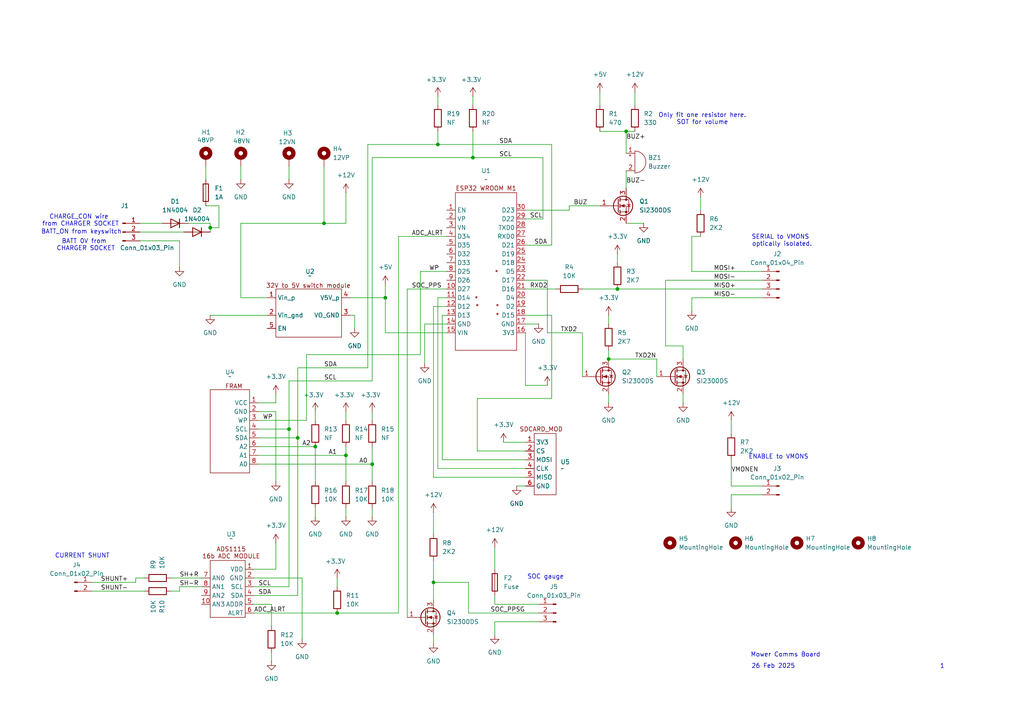
<source format=kicad_sch>
(kicad_sch (version 20231120) (generator "eeschema") (generator_version "8.0")
  (paper "A4")
  (lib_symbols
    (symbol "Connector:Conn_01x02_Pin" (pin_names (offset 1.016) hide)
      (property "Reference" "J" (at 0 2.54 0))
      (property "Value" "Conn_01x02_Pin" (at 0 -5.08 0))
      (symbol "Conn_01x02_Pin_1_1"
        (polyline (pts (xy 1.27 -2.54) (xy 0.8636 -2.54)) (stroke (width 0.1524)))
        (polyline (pts (xy 1.27 0) (xy 0.8636 0)) (stroke (width 0.1524)))
        (rectangle (start 0.8636 -2.413) (end 0 -2.667) (stroke (width 0.1524)) (fill (type outline)))
        (rectangle (start 0.8636 0.127) (end 0 -0.127) (stroke (width 0.1524)) (fill (type outline)))
        (pin passive line (at 5.08 0 180) (length 3.81) (name "Pin_1") (number "1"))
        (pin passive line (at 5.08 -2.54 180) (length 3.81) (name "Pin_2") (number "2"))
      )
    )
    (symbol "Connector:Conn_01x03_Pin" (pin_names (offset 1.016) hide)
      (property "Reference" "J" (at 0 5.08 0))
      (property "Value" "Conn_01x03_Pin" (at 0 -5.08 0))
      (symbol "Conn_01x03_Pin_1_1"
        (polyline (pts (xy 1.27 -2.54) (xy 0.8636 -2.54)) (stroke (width 0.1524)))
        (polyline (pts (xy 1.27 0) (xy 0.8636 0)) (stroke (width 0.1524)))
        (polyline (pts (xy 1.27 2.54) (xy 0.8636 2.54)) (stroke (width 0.1524)))
        (rectangle (start 0.8636 -2.413) (end 0 -2.667) (stroke (width 0.1524)) (fill (type outline)))
        (rectangle (start 0.8636 0.127) (end 0 -0.127) (stroke (width 0.1524)) (fill (type outline)))
        (rectangle (start 0.8636 2.667) (end 0 2.413) (stroke (width 0.1524)) (fill (type outline)))
        (pin passive line (at 5.08 2.54 180) (length 3.81) (name "Pin_1") (number "1"))
        (pin passive line (at 5.08 0 180) (length 3.81) (name "Pin_2") (number "2"))
        (pin passive line (at 5.08 -2.54 180) (length 3.81) (name "Pin_3") (number "3"))
      )
    )
    (symbol "Connector:Conn_01x04_Pin" (pin_names (offset 1.016) hide)
      (property "Reference" "J" (at 0 5.08 0))
      (property "Value" "Conn_01x04_Pin" (at 0 -7.62 0))
      (symbol "Conn_01x04_Pin_1_1"
        (polyline (pts (xy 1.27 -5.08) (xy 0.8636 -5.08)) (stroke (width 0.1524)))
        (polyline (pts (xy 1.27 -2.54) (xy 0.8636 -2.54)) (stroke (width 0.1524)))
        (polyline (pts (xy 1.27 0) (xy 0.8636 0)) (stroke (width 0.1524)))
        (polyline (pts (xy 1.27 2.54) (xy 0.8636 2.54)) (stroke (width 0.1524)))
        (rectangle (start 0.8636 -4.953) (end 0 -5.207) (stroke (width 0.1524)) (fill (type outline)))
        (rectangle (start 0.8636 -2.413) (end 0 -2.667) (stroke (width 0.1524)) (fill (type outline)))
        (rectangle (start 0.8636 0.127) (end 0 -0.127) (stroke (width 0.1524)) (fill (type outline)))
        (rectangle (start 0.8636 2.667) (end 0 2.413) (stroke (width 0.1524)) (fill (type outline)))
        (pin passive line (at 5.08 2.54 180) (length 3.81) (name "Pin_1") (number "1"))
        (pin passive line (at 5.08 0 180) (length 3.81) (name "Pin_2") (number "2"))
        (pin passive line (at 5.08 -2.54 180) (length 3.81) (name "Pin_3") (number "3"))
        (pin passive line (at 5.08 -5.08 180) (length 3.81) (name "Pin_4") (number "4"))
      )
    )
    (symbol "Device:Buzzer" (pin_names (offset 0.0254) hide)
      (property "Reference" "BZ" (at 3.81 1.27 0))
      (property "Value" "Buzzer" (at 3.81 -1.27 0))
      (symbol "Buzzer_0_1"
        (arc (start 0 -3.175) (mid 3.1612 0) (end 0 3.175))
        (polyline (pts (xy -1.651 1.905) (xy -1.143 1.905)))
        (polyline (pts (xy -1.397 2.159) (xy -1.397 1.651)))
        (polyline (pts (xy 0 3.175) (xy 0 -3.175)))
      )
      (symbol "Buzzer_1_1"
        (pin passive line (at -2.54 2.54 0) (length 2.54) (name "+") (number "1"))
        (pin passive line (at -2.54 -2.54 0) (length 2.54) (name "-") (number "2"))
      )
    )
    (symbol "Device:D" (pin_numbers hide) (pin_names (offset 1.016) hide)
      (property "Reference" "D" (at 0 2.54 0))
      (property "Value" "D" (at 0 -2.54 0))
      (symbol "D_0_1"
        (polyline (pts (xy -1.27 1.27) (xy -1.27 -1.27)) (stroke (width 0.254)))
        (polyline (pts (xy 1.27 0) (xy -1.27 0)))
        (polyline (pts (xy 1.27 1.27) (xy 1.27 -1.27) (xy -1.27 0) (xy 1.27 1.27)) (stroke (width 0.254)))
      )
      (symbol "D_1_1"
        (pin passive line (at -3.81 0 0) (length 2.54) (name "K") (number "1"))
        (pin passive line (at 3.81 0 180) (length 2.54) (name "A") (number "2"))
      )
    )
    (symbol "Device:Fuse" (pin_numbers hide) (pin_names (offset 0))
      (property "Reference" "F" (at 2.032 0 90))
      (property "Value" "Fuse" (at -1.905 0 90))
      (symbol "Fuse_0_1"
        (rectangle (start -0.762 -2.54) (end 0.762 2.54) (stroke (width 0.254)))
        (polyline (pts (xy 0 2.54) (xy 0 -2.54)))
      )
      (symbol "Fuse_1_1"
        (pin passive line (at 0 3.81 270) (length 1.27) (name "~") (number "1"))
        (pin passive line (at 0 -3.81 90) (length 1.27) (name "~") (number "2"))
      )
    )
    (symbol "Device:R" (pin_numbers hide) (pin_names (offset 0))
      (property "Reference" "R" (at 2.032 0 90))
      (property "Value" "R" (at 0 0 90))
      (symbol "R_0_1"
        (rectangle (start -1.016 -2.54) (end 1.016 2.54) (stroke (width 0.254)))
      )
      (symbol "R_1_1"
        (pin passive line (at 0 3.81 270) (length 1.27) (name "~") (number "1"))
        (pin passive line (at 0 -3.81 90) (length 1.27) (name "~") (number "2"))
      )
    )
    (symbol "Mechanical:MountingHole" (pin_names (offset 1.016)) (exclude_from_sim yes) (in_bom no)
      (property "Reference" "H" (at 0 5.08 0))
      (property "Value" "MountingHole" (at 0 3.175 0))
      (symbol "MountingHole_0_1"
        (circle (center 0 0) (radius 1.27) (stroke (width 1.27)))
      )
    )
    (symbol "Mechanical:MountingHole_Pad" (pin_numbers hide) (pin_names (offset 1.016) hide) (exclude_from_sim yes) (in_bom no)
      (property "Reference" "H" (at 0 6.35 0))
      (property "Value" "MountingHole_Pad" (at 0 4.445 0))
      (symbol "MountingHole_Pad_0_1"
        (circle (center 0 1.27) (radius 1.27) (stroke (width 1.27)))
      )
      (symbol "MountingHole_Pad_1_1"
        (pin input line (at 0 -2.54 90) (length 2.54) (name "1") (number "1"))
      )
    )
    (symbol "Transistor_FET:2N7002" (pin_names hide)
      (property "Reference" "Q" (at 5.08 1.905 0))
      (property "Value" "2N7002" (at 5.08 0 0))
      (symbol "2N7002_0_1"
        (polyline (pts (xy 0.254 0) (xy -2.54 0)))
        (polyline (pts (xy 0.254 1.905) (xy 0.254 -1.905)) (stroke (width 0.254)))
        (polyline (pts (xy 0.762 -1.27) (xy 0.762 -2.286)) (stroke (width 0.254)))
        (polyline (pts (xy 0.762 0.508) (xy 0.762 -0.508)) (stroke (width 0.254)))
        (polyline (pts (xy 0.762 2.286) (xy 0.762 1.27)) (stroke (width 0.254)))
        (polyline (pts (xy 2.54 2.54) (xy 2.54 1.778)))
        (polyline (pts (xy 2.54 -2.54) (xy 2.54 0) (xy 0.762 0)))
        (polyline (pts (xy 0.762 -1.778) (xy 3.302 -1.778) (xy 3.302 1.778) (xy 0.762 1.778)))
        (polyline (pts (xy 1.016 0) (xy 2.032 0.381) (xy 2.032 -0.381) (xy 1.016 0)) (fill (type outline)))
        (polyline (pts (xy 2.794 0.508) (xy 2.921 0.381) (xy 3.683 0.381) (xy 3.81 0.254)))
        (polyline (pts (xy 3.302 0.381) (xy 2.921 -0.254) (xy 3.683 -0.254) (xy 3.302 0.381)))
        (circle (center 1.651 0) (radius 2.794) (stroke (width 0.254)))
        (circle (center 2.54 -1.778) (radius 0.254) (fill (type outline)))
        (circle (center 2.54 1.778) (radius 0.254) (fill (type outline)))
      )
      (symbol "2N7002_1_1"
        (pin input line (at -5.08 0 0) (length 2.54) (name "G") (number "1"))
        (pin passive line (at 2.54 -5.08 90) (length 2.54) (name "S") (number "2"))
        (pin passive line (at 2.54 5.08 270) (length 2.54) (name "D") (number "3"))
      )
    )
    (symbol "mower:5Vsw_module"
      (property "Reference" "U" (at 0 0 0))
      (symbol "5Vsw_module_0_1"
        (rectangle (start -8.89 5.08) (end 10.16 -8.89))
      )
      (symbol "5Vsw_module_1_1"
        (text "32V to 5V switch module " (at 1.016 6.096 0) (effects (font (size 1.27 1.27))))
        (pin power_in line (at -11.43 2.54 0) (length 2.54) (name "Vin_p") (number "1"))
        (pin power_in line (at -11.43 -2.54 0) (length 2.54) (name "Vin_gnd") (number "2"))
        (pin power_out line (at 12.7 -2.54 180) (length 2.54) (name "VO_GND") (number "3"))
        (pin power_out line (at 12.7 2.54 180) (length 2.54) (name "V5V_p") (number "4"))
        (pin input line (at -11.43 -6.35 0) (length 2.54) (name "EN") (number "5"))
      )
    )
    (symbol "mower:ADS1115_m1"
      (property "Reference" "U" (at 0 0 0))
      (symbol "ADS1115_m1_0_1"
        (rectangle (start -1.27 13.97) (end 8.89 -2.54))
      )
      (symbol "ADS1115_m1_1_1"
        (text "ADS1115\n16b ADC MODULE" (at 2.794 16.256 0) (effects (font (size 1.27 1.27))))
        (pin power_in line (at -3.81 11.43 0) (length 2.54) (name "VDD") (number "1"))
        (pin input line (at 11.43 1.27 180) (length 2.54) (name "AN3") (number "10"))
        (pin power_in line (at -3.81 8.89 0) (length 2.54) (name "GND") (number "2"))
        (pin input line (at -3.81 6.35 0) (length 2.54) (name "SCL") (number "3"))
        (pin bidirectional line (at -3.81 3.81 0) (length 2.54) (name "SDA") (number "4"))
        (pin input line (at -3.81 1.27 0) (length 2.54) (name "ADDR") (number "5"))
        (pin output line (at -3.81 -1.27 0) (length 2.54) (name "ALRT") (number "6"))
        (pin input line (at 11.43 8.89 180) (length 2.54) (name "AN0") (number "7"))
        (pin input line (at 11.43 6.35 180) (length 2.54) (name "AN1") (number "8"))
        (pin input line (at 11.43 3.81 180) (length 2.54) (name "AN2") (number "9"))
      )
    )
    (symbol "mower:ESP32_wroom32_m1"
      (property "Reference" "U" (at 0 0 0))
      (symbol "ESP32_wroom32_m1_0_1"
        (rectangle (start -8.89 22.86) (end 8.89 -22.86))
      )
      (symbol "ESP32_wroom32_m1_1_1"
        (text "*" (at -2.794 -7.874 0) (effects (font (size 1.27 1.27))))
        (text "*" (at -2.54 -10.16 0) (effects (font (size 1.27 1.27))))
        (text "*" (at 3.048 -0.254 0) (effects (font (size 1.27 1.27))))
        (text "*" (at 3.302 -12.7 0) (effects (font (size 1.27 1.27))))
        (text "*" (at 3.302 -10.16 0) (effects (font (size 1.27 1.27))))
        (text "ESP32 WROOM M1" (at 0 24.13 0) (effects (font (size 1.27 1.27))))
        (pin input line (at -11.43 17.78 0) (length 2.54) (name "EN") (number "1"))
        (pin bidirectional line (at -11.43 -5.08 0) (length 2.54) (name "D27") (number "10"))
        (pin bidirectional line (at -11.43 -7.62 0) (length 2.54) (name "D14") (number "11"))
        (pin bidirectional line (at -11.43 -10.16 0) (length 2.54) (name "D12") (number "12"))
        (pin bidirectional line (at -11.43 -12.7 0) (length 2.54) (name "D13") (number "13"))
        (pin power_in line (at -11.43 -15.24 0) (length 2.54) (name "GND") (number "14"))
        (pin power_in line (at -11.43 -17.78 0) (length 2.54) (name "VIN") (number "15"))
        (pin power_out line (at 11.43 -17.78 180) (length 2.54) (name "3V3") (number "16"))
        (pin power_in line (at 11.43 -15.24 180) (length 2.54) (name "GND") (number "17"))
        (pin bidirectional line (at 11.43 -12.7 180) (length 2.54) (name "D15") (number "18"))
        (pin bidirectional line (at 11.43 -10.16 180) (length 2.54) (name "D2") (number "19"))
        (pin input line (at -11.43 15.24 0) (length 2.54) (name "VP") (number "2"))
        (pin bidirectional line (at 11.43 -7.62 180) (length 2.54) (name "D4") (number "20"))
        (pin bidirectional line (at 11.43 -5.08 180) (length 2.54) (name "D16") (number "21"))
        (pin bidirectional line (at 11.43 -2.54 180) (length 2.54) (name "D17") (number "22"))
        (pin bidirectional line (at 11.43 0 180) (length 2.54) (name "D5") (number "23"))
        (pin bidirectional line (at 11.43 2.54 180) (length 2.54) (name "D18") (number "24"))
        (pin bidirectional line (at 11.43 5.08 180) (length 2.54) (name "D19") (number "25"))
        (pin bidirectional line (at 11.43 7.62 180) (length 2.54) (name "D21") (number "26"))
        (pin input line (at 11.43 10.16 180) (length 2.54) (name "RXD0") (number "27"))
        (pin output line (at 11.43 12.7 180) (length 2.54) (name "TXD0") (number "28"))
        (pin bidirectional line (at 11.43 15.24 180) (length 2.54) (name "D22") (number "29"))
        (pin input line (at -11.43 12.7 0) (length 2.54) (name "VN") (number "3"))
        (pin bidirectional line (at 11.43 17.78 180) (length 2.54) (name "D23") (number "30"))
        (pin input line (at -11.43 10.16 0) (length 2.54) (name "D34") (number "4"))
        (pin input line (at -11.43 7.62 0) (length 2.54) (name "D35") (number "5"))
        (pin bidirectional line (at -11.43 5.08 0) (length 2.54) (name "D32") (number "6"))
        (pin bidirectional line (at -11.43 2.54 0) (length 2.54) (name "D33") (number "7"))
        (pin bidirectional line (at -11.43 0 0) (length 2.54) (name "D25") (number "8"))
        (pin bidirectional line (at -11.43 -2.54 0) (length 2.54) (name "D26") (number "9"))
      )
    )
    (symbol "mower:FRAM_mod"
      (property "Reference" "U" (at -2.54 0 0))
      (symbol "FRAM_mod_0_1"
        (rectangle (start 0 12.7) (end 11.43 -11.43))
      )
      (symbol "FRAM_mod_1_1"
        (text "FRAM" (at 4.572 13.716 0) (effects (font (size 1.27 1.27))))
        (pin power_in line (at -2.54 8.89 0) (length 2.54) (name "VCC") (number "1"))
        (pin power_in line (at -2.54 6.35 0) (length 2.54) (name "GND") (number "2"))
        (pin input line (at -2.54 3.81 0) (length 2.54) (name "WP") (number "3"))
        (pin input line (at -2.54 1.27 0) (length 2.54) (name "SCL") (number "4"))
        (pin bidirectional line (at -2.54 -1.27 0) (length 2.54) (name "SDA") (number "5"))
        (pin bidirectional line (at -2.54 -3.81 0) (length 2.54) (name "A2") (number "6"))
        (pin bidirectional line (at -2.54 -6.35 0) (length 2.54) (name "A1") (number "7"))
        (pin bidirectional line (at -2.54 -8.89 0) (length 2.54) (name "A0") (number "8"))
      )
    )
    (symbol "mower:sdcard_mod"
      (property "Reference" "U" (at 0 0 0))
      (symbol "sdcard_mod_0_1"
        (rectangle (start -1.27 8.89) (end 5.08 -8.89))
      )
      (symbol "sdcard_mod_1_1"
        (text "SDCARD_MOD" (at 0.762 10.16 0) (effects (font (size 1.27 1.27))))
        (pin power_in line (at -3.81 6.35 0) (length 2.54) (name "3V3") (number "1"))
        (pin input line (at -3.81 3.81 0) (length 2.54) (name "CS") (number "2"))
        (pin input line (at -3.81 1.27 0) (length 2.54) (name "MOSI") (number "3"))
        (pin input line (at -3.81 -1.27 0) (length 2.54) (name "CLK") (number "4"))
        (pin output line (at -3.81 -3.81 0) (length 2.54) (name "MISO") (number "5"))
        (pin power_in line (at -3.81 -6.35 0) (length 2.54) (name "GND") (number "6"))
      )
    )
    (symbol "power:+12V" (power) (pin_numbers hide) (pin_names (offset 0) hide)
      (property "Value" "+12V" (at 0 3.556 0))
      (symbol "+12V_0_1"
        (polyline (pts (xy -0.762 1.27) (xy 0 2.54)))
        (polyline (pts (xy 0 0) (xy 0 2.54)))
        (polyline (pts (xy 0 2.54) (xy 0.762 1.27)))
      )
      (symbol "+12V_1_1"
        (pin power_in line (at 0 0 90) (length 0) (name "~") (number "1"))
      )
    )
    (symbol "power:+3.3V" (power) (pin_numbers hide) (pin_names (offset 0) hide)
      (property "Value" "+3.3V" (at 0 3.556 0))
      (symbol "+3.3V_0_1"
        (polyline (pts (xy -0.762 1.27) (xy 0 2.54)))
        (polyline (pts (xy 0 0) (xy 0 2.54)))
        (polyline (pts (xy 0 2.54) (xy 0.762 1.27)))
      )
      (symbol "+3.3V_1_1"
        (pin power_in line (at 0 0 90) (length 0) (name "~") (number "1"))
      )
    )
    (symbol "power:+5V" (power) (pin_numbers hide) (pin_names (offset 0) hide)
      (property "Value" "+5V" (at 0 3.556 0))
      (symbol "+5V_0_1"
        (polyline (pts (xy -0.762 1.27) (xy 0 2.54)))
        (polyline (pts (xy 0 0) (xy 0 2.54)))
        (polyline (pts (xy 0 2.54) (xy 0.762 1.27)))
      )
      (symbol "+5V_1_1"
        (pin power_in line (at 0 0 90) (length 0) (name "~") (number "1"))
      )
    )
    (symbol "power:GND" (power) (pin_numbers hide) (pin_names (offset 0) hide)
      (property "Value" "GND" (at 0 -3.81 0))
      (symbol "GND_0_1"
        (polyline (pts (xy 0 0) (xy 0 -1.27) (xy 1.27 -1.27) (xy 0 -2.54) (xy -1.27 -1.27) (xy 0 -1.27)))
      )
      (symbol "GND_1_1"
        (pin power_in line (at 0 0 270) (length 0) (name "~") (number "1"))
      )
    )
  )
  (junction (at 179.07 83.82))
  (junction (at 86.36 127))
  (junction (at 127 41.91))
  (junction (at 100.33 132.08))
  (junction (at 137.16 45.72))
  (junction (at 107.95 134.62))
  (junction (at 91.44 129.54))
  (junction (at 125.73 168.91))
  (junction (at 181.61 38.1))
  (junction (at 176.53 104.14))
  (junction (at 97.79 177.8))
  (junction (at 111.76 86.36))
  (junction (at 93.98 64.77))
  (junction (at 60.96 66.04))
  (junction (at 83.82 124.46))
  (wire (pts (xy 168.91 83.82) (xy 179.07 83.82)))
  (wire (pts (xy 60.96 66.04) (xy 60.96 67.31)))
  (wire (pts (xy 173.99 38.1) (xy 181.61 38.1)))
  (wire (pts (xy 91.44 119.38) (xy 91.44 121.92)))
  (wire (pts (xy 60.96 64.77) (xy 60.96 66.04)))
  (wire (pts (xy 160.02 91.44) (xy 152.4 91.44)))
  (wire (pts (xy 160.02 41.91) (xy 127 41.91)))
  (wire (pts (xy 158.75 81.28) (xy 158.75 96.52)))
  (wire (pts (xy 200.66 68.58) (xy 200.66 78.74)))
  (wire (pts (xy 193.04 100.33) (xy 198.12 100.33)))
  (wire (pts (xy 100.33 55.88) (xy 100.33 64.77)))
  (wire (pts (xy 138.43 115.57) (xy 160.02 115.57)))
  (wire (pts (xy 152.4 71.12) (xy 160.02 71.12)))
  (wire (pts (xy 73.66 170.18) (xy 83.82 170.18)))
  (wire (pts (xy 49.53 167.64) (xy 58.42 167.64)))
  (wire (pts (xy 69.85 48.26) (xy 69.85 52.07)))
  (wire (pts (xy 184.15 26.67) (xy 184.15 30.48)))
  (wire (pts (xy 100.33 119.38) (xy 100.33 121.92)))
  (wire (pts (xy 200.66 86.36) (xy 220.98 86.36)))
  (wire (pts (xy 160.02 115.57) (xy 160.02 91.44)))
  (wire (pts (xy 107.95 129.54) (xy 107.95 134.62)))
  (wire (pts (xy 86.36 127) (xy 74.93 127)))
  (wire (pts (xy 193.04 81.28) (xy 220.98 81.28)))
  (wire (pts (xy 121.92 78.74) (xy 129.54 78.74)))
  (wire (pts (xy 26.67 171.45) (xy 41.91 171.45)))
  (wire (pts (xy 179.07 83.82) (xy 220.98 83.82)))
  (wire (pts (xy 137.16 45.72) (xy 107.95 45.72)))
  (wire (pts (xy 123.19 93.98) (xy 129.54 93.98)))
  (wire (pts (xy 157.48 63.5) (xy 157.48 45.72)))
  (wire (pts (xy 106.68 41.91) (xy 106.68 106.68)))
  (wire (pts (xy 74.93 119.38) (xy 80.01 119.38)))
  (wire (pts (xy 152.4 135.89) (xy 127 135.89)))
  (wire (pts (xy 156.21 175.26) (xy 143.51 175.26)))
  (wire (pts (xy 125.73 148.59) (xy 125.73 154.94)))
  (wire (pts (xy 107.95 45.72) (xy 107.95 110.49)))
  (wire (pts (xy 181.61 38.1) (xy 181.61 44.45)))
  (wire (pts (xy 88.9 102.87) (xy 121.92 102.87)))
  (wire (pts (xy 181.61 49.53) (xy 181.61 54.61)))
  (wire (pts (xy 111.76 96.52) (xy 111.76 86.36)))
  (wire (pts (xy 127 135.89) (xy 127 86.36)))
  (wire (pts (xy 60.96 91.44) (xy 77.47 91.44)))
  (wire (pts (xy 125.73 168.91) (xy 125.73 173.99)))
  (wire (pts (xy 179.07 73.66) (xy 179.07 76.2)))
  (wire (pts (xy 125.73 162.56) (xy 125.73 168.91)))
  (wire (pts (xy 80.01 119.38) (xy 80.01 139.7)))
  (wire (pts (xy 83.82 48.26) (xy 83.82 52.07)))
  (wire (pts (xy 100.33 147.32) (xy 100.33 149.86)))
  (wire (pts (xy 59.69 59.69) (xy 63.5 59.69)))
  (wire (pts (xy 107.95 134.62) (xy 107.95 139.7)))
  (wire (pts (xy 143.51 175.26) (xy 143.51 172.72)))
  (wire (pts (xy 220.98 143.51) (xy 212.09 143.51)))
  (wire (pts (xy 165.1 59.69) (xy 173.99 59.69)))
  (wire (pts (xy 152.4 138.43) (xy 125.73 138.43)))
  (wire (pts (xy 146.05 128.27) (xy 152.4 128.27)))
  (wire (pts (xy 129.54 96.52) (xy 111.76 96.52)))
  (wire (pts (xy 212.09 121.92) (xy 212.09 125.73)))
  (wire (pts (xy 107.95 119.38) (xy 107.95 121.92)))
  (wire (pts (xy 91.44 147.32) (xy 91.44 149.86)))
  (wire (pts (xy 26.67 168.91) (xy 39.37 168.91)))
  (wire (pts (xy 200.66 86.36) (xy 200.66 90.17)))
  (wire (pts (xy 152.4 63.5) (xy 157.48 63.5)))
  (wire (pts (xy 83.82 170.18) (xy 83.82 124.46)))
  (wire (pts (xy 100.33 64.77) (xy 93.98 64.77)))
  (wire (pts (xy 203.2 57.15) (xy 203.2 60.96)))
  (wire (pts (xy 176.53 116.84) (xy 176.53 114.3)))
  (wire (pts (xy 190.5 104.14) (xy 176.53 104.14)))
  (wire (pts (xy 78.74 175.26) (xy 78.74 181.61)))
  (wire (pts (xy 127 38.1) (xy 127 41.91)))
  (wire (pts (xy 93.98 64.77) (xy 69.85 64.77)))
  (wire (pts (xy 152.4 60.96) (xy 165.1 60.96)))
  (wire (pts (xy 100.33 132.08) (xy 100.33 139.7)))
  (wire (pts (xy 125.73 186.69) (xy 125.73 184.15)))
  (wire (pts (xy 149.86 140.97) (xy 152.4 140.97)))
  (wire (pts (xy 86.36 172.72) (xy 73.66 172.72)))
  (wire (pts (xy 118.11 179.07) (xy 118.11 83.82)))
  (wire (pts (xy 190.5 109.22) (xy 190.5 104.14)))
  (wire (pts (xy 102.87 91.44) (xy 102.87 95.25)))
  (wire (pts (xy 52.07 170.18) (xy 52.07 171.45)))
  (wire (pts (xy 173.99 26.67) (xy 173.99 30.48)))
  (wire (pts (xy 74.93 132.08) (xy 100.33 132.08)))
  (wire (pts (xy 143.51 180.34) (xy 143.51 184.15)))
  (wire (pts (xy 181.61 64.77) (xy 186.69 64.77)))
  (wire (pts (xy 168.91 96.52) (xy 168.91 109.22)))
  (wire (pts (xy 80.01 116.84) (xy 80.01 114.3)))
  (wire (pts (xy 212.09 143.51) (xy 212.09 147.32)))
  (wire (pts (xy 39.37 167.64) (xy 41.91 167.64)))
  (wire (pts (xy 135.89 177.8) (xy 135.89 168.91)))
  (wire (pts (xy 73.66 165.1) (xy 80.01 165.1)))
  (wire (pts (xy 135.89 168.91) (xy 125.73 168.91)))
  (wire (pts (xy 165.1 60.96) (xy 165.1 59.69)))
  (wire (pts (xy 86.36 106.68) (xy 86.36 127)))
  (wire (pts (xy 115.57 68.58) (xy 129.54 68.58)))
  (wire (pts (xy 152.4 111.76) (xy 152.4 96.52)))
  (wire (pts (xy 220.98 140.97) (xy 212.09 140.97)))
  (wire (pts (xy 152.4 93.98) (xy 156.21 93.98)))
  (wire (pts (xy 93.98 48.26) (xy 93.98 64.77)))
  (wire (pts (xy 138.43 130.81) (xy 138.43 115.57)))
  (wire (pts (xy 107.95 147.32) (xy 107.95 149.86)))
  (wire (pts (xy 198.12 116.84) (xy 198.12 114.3)))
  (wire (pts (xy 152.4 83.82) (xy 161.29 83.82)))
  (wire (pts (xy 127 41.91) (xy 106.68 41.91)))
  (wire (pts (xy 181.61 38.1) (xy 184.15 38.1)))
  (wire (pts (xy 176.53 91.44) (xy 176.53 93.98)))
  (wire (pts (xy 83.82 110.49) (xy 83.82 124.46)))
  (wire (pts (xy 100.33 129.54) (xy 100.33 132.08)))
  (wire (pts (xy 40.64 69.85) (xy 52.07 69.85)))
  (wire (pts (xy 193.04 81.28) (xy 193.04 100.33)))
  (wire (pts (xy 125.73 138.43) (xy 125.73 88.9)))
  (wire (pts (xy 125.73 88.9) (xy 129.54 88.9)))
  (wire (pts (xy 152.4 130.81) (xy 138.43 130.81)))
  (wire (pts (xy 83.82 124.46) (xy 74.93 124.46)))
  (wire (pts (xy 74.93 134.62) (xy 107.95 134.62)))
  (wire (pts (xy 157.48 45.72) (xy 137.16 45.72)))
  (wire (pts (xy 143.51 158.75) (xy 143.51 165.1)))
  (wire (pts (xy 127 86.36) (xy 129.54 86.36)))
  (wire (pts (xy 127 27.94) (xy 127 30.48)))
  (wire (pts (xy 40.64 67.31) (xy 53.34 67.31)))
  (wire (pts (xy 52.07 171.45) (xy 49.53 171.45)))
  (wire (pts (xy 39.37 168.91) (xy 39.37 167.64)))
  (wire (pts (xy 200.66 78.74) (xy 220.98 78.74)))
  (wire (pts (xy 152.4 81.28) (xy 158.75 81.28)))
  (wire (pts (xy 88.9 121.92) (xy 88.9 102.87)))
  (wire (pts (xy 156.21 180.34) (xy 143.51 180.34)))
  (wire (pts (xy 78.74 189.23) (xy 78.74 191.77)))
  (wire (pts (xy 54.61 64.77) (xy 60.96 64.77)))
  (wire (pts (xy 58.42 170.18) (xy 52.07 170.18)))
  (wire (pts (xy 97.79 177.8) (xy 115.57 177.8)))
  (wire (pts (xy 97.79 167.64) (xy 97.79 170.18)))
  (wire (pts (xy 137.16 27.94) (xy 137.16 30.48)))
  (wire (pts (xy 200.66 68.58) (xy 203.2 68.58)))
  (wire (pts (xy 69.85 86.36) (xy 77.47 86.36)))
  (wire (pts (xy 128.27 91.44) (xy 129.54 91.44)))
  (wire (pts (xy 87.63 167.64) (xy 87.63 185.42)))
  (wire (pts (xy 74.93 121.92) (xy 88.9 121.92)))
  (wire (pts (xy 73.66 175.26) (xy 78.74 175.26)))
  (wire (pts (xy 111.76 82.55) (xy 111.76 86.36)))
  (wire (pts (xy 80.01 165.1) (xy 80.01 157.48)))
  (wire (pts (xy 158.75 111.76) (xy 152.4 111.76)))
  (wire (pts (xy 156.21 177.8) (xy 135.89 177.8)))
  (wire (pts (xy 60.96 66.04) (xy 63.5 66.04)))
  (wire (pts (xy 158.75 96.52) (xy 168.91 96.52)))
  (wire (pts (xy 115.57 177.8) (xy 115.57 68.58)))
  (wire (pts (xy 74.93 116.84) (xy 80.01 116.84)))
  (wire (pts (xy 86.36 127) (xy 86.36 172.72)))
  (wire (pts (xy 152.4 133.35) (xy 128.27 133.35)))
  (wire (pts (xy 74.93 129.54) (xy 91.44 129.54)))
  (wire (pts (xy 69.85 64.77) (xy 69.85 86.36)))
  (wire (pts (xy 63.5 59.69) (xy 63.5 66.04)))
  (wire (pts (xy 212.09 140.97) (xy 212.09 133.35)))
  (wire (pts (xy 123.19 105.41) (xy 123.19 93.98)))
  (wire (pts (xy 106.68 106.68) (xy 86.36 106.68)))
  (wire (pts (xy 91.44 129.54) (xy 91.44 139.7)))
  (wire (pts (xy 40.64 64.77) (xy 46.99 64.77)))
  (wire (pts (xy 111.76 86.36) (xy 101.6 86.36)))
  (wire (pts (xy 137.16 38.1) (xy 137.16 45.72)))
  (wire (pts (xy 73.66 177.8) (xy 97.79 177.8)))
  (wire (pts (xy 198.12 100.33) (xy 198.12 104.14)))
  (wire (pts (xy 107.95 110.49) (xy 83.82 110.49)))
  (wire (pts (xy 118.11 83.82) (xy 129.54 83.82)))
  (wire (pts (xy 52.07 69.85) (xy 52.07 77.47)))
  (wire (pts (xy 101.6 91.44) (xy 102.87 91.44)))
  (wire (pts (xy 121.92 102.87) (xy 121.92 78.74)))
  (wire (pts (xy 128.27 133.35) (xy 128.27 91.44)))
  (wire (pts (xy 160.02 71.12) (xy 160.02 41.91)))
  (wire (pts (xy 176.53 101.6) (xy 176.53 104.14)))
  (wire (pts (xy 59.69 48.26) (xy 59.69 52.07)))
  (wire (pts (xy 73.66 167.64) (xy 87.63 167.64)))
  (text "SERIAL to VMONS \noptically isolated." (at 226.822 69.85 0) (effects (font (size 1.27 1.27))))
  (text "CHARGE_CON wire \nfrom CHARGER SOCKET" (at 23.368 64.008 0) (effects (font (size 1.27 1.27))))
  (text "CURRENT SHUNT" (at 23.876 161.29 0) (effects (font (size 1.27 1.27))))
  (text "ENABLE to VMONS" (at 225.806 132.588 0) (effects (font (size 1.27 1.27))))
  (text "BATT_ON from keyswitch" (at 23.622 67.31 0) (effects (font (size 1.27 1.27))))
  (text "Mower Comms Board" (at 227.838 189.992 0) (effects (font (size 1.27 1.27))))
  (text "1" (at 273.304 193.294 0) (effects (font (size 1.27 1.27))))
  (text "BATT 0V from \nCHARGER SOCKET" (at 24.892 71.12 0) (effects (font (size 1.27 1.27))))
  (text "26 Feb 2025" (at 224.282 193.294 0) (effects (font (size 1.27 1.27))))
  (text "SOC gauge" (at 158.242 167.386 0) (effects (font (size 1.27 1.27))))
  (text "Only fit one resistor here.\nSOT for volume" (at 203.708 34.544 0) (effects (font (size 1.27 1.27))))
  (label "MISO+" (at 207.01 83.82 0))
  (label "A1" (at 95.25 132.08 0))
  (label "SCL" (at 153.67 63.5 0))
  (label "SDA" (at 144.78 41.91 0))
  (label "SDA" (at 154.94 71.12 0))
  (label "SOC_PPSG" (at 142.24 177.8 0))
  (label "VMONEN" (at 212.09 137.16 0))
  (label "SCL" (at 93.98 110.49 0))
  (label "SDA" (at 93.98 106.68 0))
  (label "SHUNT+" (at 29.21 168.91 0))
  (label "SHUNT-" (at 29.21 171.45 0))
  (label "TXD2" (at 162.56 96.52 0))
  (label "A2" (at 87.63 129.54 0))
  (label "A0" (at 104.14 134.62 0))
  (label "ADC_ALRT" (at 73.66 177.8 0))
  (label "MISO-" (at 207.01 86.36 0))
  (label "BUZ" (at 166.37 59.69 0))
  (label "ADC_ALRT" (at 119.38 68.58 0))
  (label "TXD2N" (at 184.15 104.14 0))
  (label "WP" (at 76.2 121.92 0))
  (label "BUZ-" (at 181.61 53.34 0))
  (label "WP" (at 124.46 78.74 0))
  (label "SH-R" (at 52.07 170.18 0))
  (label "BUZ+" (at 181.61 40.64 0))
  (label "MOSI+" (at 207.01 78.74 0))
  (label "SH+R" (at 52.07 167.64 0))
  (label "SCL" (at 74.93 170.18 0))
  (label "SOC_PPS" (at 119.38 83.82 0))
  (label "MOSI-" (at 207.01 81.28 0))
  (label "SDA" (at 74.93 172.72 0))
  (label "RXD2" (at 153.67 83.82 0))
  (label "SCL" (at 144.78 45.72 0))
  (symbol (lib_id "power:GND") (at 123.19 105.41 0) (unit 1)
    (property "Reference" "#PWR018" (effects (hide yes)))
    (property "Value" "GND" (at 123.19 110.49 0))
    (property "Description" "Power symbol creates a global label with name \"GND\" , ground" (effects (hide yes)))
  )
  (symbol (lib_id "power:+12V") (at 184.15 26.67 0) (unit 1)
    (property "Reference" "#PWR07" (effects (hide yes)))
    (property "Value" "+12V" (at 184.15 21.59 0))
    (property "Description" "Power symbol creates a global label with name \"+12V\"" (effects (hide yes)))
  )
  (symbol (lib_id "power:GND") (at 102.87 95.25 0) (unit 1)
    (property "Reference" "#PWR05" (effects (hide yes)))
    (property "Value" "GND" (at 102.87 100.33 0))
    (property "Description" "Power symbol creates a global label with name \"GND\" , ground" (effects (hide yes)))
  )
  (symbol (lib_id "power:+3.3V") (at 91.44 119.38 0) (unit 1)
    (property "Reference" "#PWR031" (effects (hide yes)))
    (property "Value" "+3.3V" (at 90.932 114.554 0))
    (property "Description" "Power symbol creates a global label with name \"+3.3V\"" (effects (hide yes)))
  )
  (symbol (lib_id "power:GND") (at 78.74 191.77 0) (unit 1)
    (property "Reference" "#PWR029" (effects (hide yes)))
    (property "Value" "GND" (at 78.74 196.85 0))
    (property "Description" "Power symbol creates a global label with name \"GND\" , ground" (effects (hide yes)))
  )
  (symbol (lib_id "Device:Fuse") (at 143.51 168.91 0) (unit 1)
    (property "Reference" "F2" (at 146.05 167.6399 0) (effects (justify left)))
    (property "Value" "Fuse" (at 146.05 170.1799 0) (effects (justify left)))
    (property "Footprint" "Fuse:Fuse_1206_3216Metric_Pad1.42x1.75mm_HandSolder" (effects (hide yes)))
    (property "Description" "Fuse" (effects (hide yes)))
  )
  (symbol (lib_id "power:+12V") (at 212.09 121.92 0) (unit 1)
    (property "Reference" "#PWR019" (effects (hide yes)))
    (property "Value" "+12V" (at 212.09 116.84 0))
    (property "Description" "Power symbol creates a global label with name \"+12V\"" (effects (hide yes)))
  )
  (symbol (lib_id "Mechanical:MountingHole") (at 213.36 157.48 0) (unit 1) (exclude_from_sim yes) (in_bom no)
    (property "Reference" "H6" (at 215.9 156.2099 0) (effects (justify left)))
    (property "Value" "MountingHole" (at 215.9 158.7499 0) (effects (justify left)))
    (property "Footprint" "MountingHole:MountingHole_3.2mm_M3_DIN965_Pad" (effects (hide yes)))
    (property "Description" "Mounting Hole without connection" (effects (hide yes)))
  )
  (symbol (lib_id "Device:R") (at 45.72 171.45 90) (unit 1)
    (property "Reference" "R10" (at 46.9901 173.99 0) (effects (justify right)))
    (property "Value" "10K" (at 44.4501 173.99 0) (effects (justify right)))
    (property "Footprint" "Resistor_SMD:R_0805_2012Metric_Pad1.20x1.40mm_HandSolder" (effects (hide yes)))
    (property "Description" "Resistor" (effects (hide yes)))
  )
  (symbol (lib_id "power:GND") (at 176.53 116.84 0) (unit 1)
    (property "Reference" "#PWR014" (effects (hide yes)))
    (property "Value" "GND" (at 176.53 121.92 0))
    (property "Description" "Power symbol creates a global label with name \"GND\" , ground" (effects (hide yes)))
  )
  (symbol (lib_id "Transistor_FET:2N7002") (at 123.19 179.07 0) (unit 1)
    (property "Reference" "Q4" (at 129.54 177.7999 0) (effects (justify left)))
    (property "Value" "SI2300DS" (at 129.54 180.3399 0) (effects (justify left)))
    (property "Footprint" "Package_TO_SOT_SMD:SOT-23" (effects (hide yes)))
    (property "Datasheet" "https://www.onsemi.com/pub/Collateral/NDS7002A-D.PDF" (effects (hide yes)))
    (property "Description" "0.115A Id, 60V Vds, N-Channel MOSFET, SOT-23" (effects (hide yes)))
  )
  (symbol (lib_id "Transistor_FET:2N7002") (at 195.58 109.22 0) (unit 1)
    (property "Reference" "Q3" (at 201.93 107.9499 0) (effects (justify left)))
    (property "Value" "SI2300DS" (at 201.93 110.4899 0) (effects (justify left)))
    (property "Footprint" "Package_TO_SOT_SMD:SOT-23" (effects (hide yes)))
    (property "Datasheet" "https://www.onsemi.com/pub/Collateral/NDS7002A-D.PDF" (effects (hide yes)))
    (property "Description" "0.115A Id, 60V Vds, N-Channel MOSFET, SOT-23" (effects (hide yes)))
  )
  (symbol (lib_id "mower:FRAM_mod") (at 72.39 125.73 0) (mirror y) (unit 1)
    (property "Reference" "U4" (at 66.675 107.95 0))
    (property "Value" "~" (at 66.675 109.22 0))
    (property "Footprint" "Package_SIP:SIP-8_19x3mm_P2.54mm" (effects (hide yes)))
  )
  (symbol (lib_id "power:+5V") (at 111.76 82.55 0) (unit 1)
    (property "Reference" "#PWR09" (effects (hide yes)))
    (property "Value" "+5V" (at 111.76 77.47 0))
    (property "Description" "Power symbol creates a global label with name \"+5V\"" (effects (hide yes)))
  )
  (symbol (lib_id "Device:R") (at 127 34.29 180) (unit 1)
    (property "Reference" "R19" (at 129.54 33.0199 0) (effects (justify right)))
    (property "Value" "NF" (at 129.54 35.5599 0) (effects (justify right)))
    (property "Footprint" "Resistor_SMD:R_0805_2012Metric_Pad1.20x1.40mm_HandSolder" (effects (hide yes)))
    (property "Description" "Resistor" (effects (hide yes)))
  )
  (symbol (lib_id "Mechanical:MountingHole_Pad") (at 83.82 45.72 0) (unit 1) (exclude_from_sim yes) (in_bom no)
    (property "Reference" "H3" (at 82.042 38.608 0) (effects (justify left)))
    (property "Value" "12VN" (at 80.772 41.148 0) (effects (justify left)))
    (property "Footprint" "MountingHole:MountingHole_2.2mm_M2_DIN965_Pad_TopBottom" (effects (hide yes)))
    (property "Description" "Mounting Hole with connection" (effects (hide yes)))
  )
  (symbol (lib_id "Device:R") (at 125.73 158.75 0) (unit 1)
    (property "Reference" "R8" (at 128.27 157.4799 0) (effects (justify left)))
    (property "Value" "2K2" (at 128.27 160.0199 0) (effects (justify left)))
    (property "Footprint" "Resistor_SMD:R_0805_2012Metric_Pad1.20x1.40mm_HandSolder" (effects (hide yes)))
    (property "Description" "Resistor" (effects (hide yes)))
  )
  (symbol (lib_id "Transistor_FET:2N7002") (at 173.99 109.22 0) (unit 1)
    (property "Reference" "Q2" (at 180.34 107.9499 0) (effects (justify left)))
    (property "Value" "SI2300DS" (at 180.34 110.4899 0) (effects (justify left)))
    (property "Footprint" "Package_TO_SOT_SMD:SOT-23" (effects (hide yes)))
    (property "Datasheet" "https://www.onsemi.com/pub/Collateral/NDS7002A-D.PDF" (effects (hide yes)))
    (property "Description" "0.115A Id, 60V Vds, N-Channel MOSFET, SOT-23" (effects (hide yes)))
  )
  (symbol (lib_id "power:GND") (at 198.12 116.84 0) (unit 1)
    (property "Reference" "#PWR015" (effects (hide yes)))
    (property "Value" "GND" (at 198.12 121.92 0))
    (property "Description" "Power symbol creates a global label with name \"GND\" , ground" (effects (hide yes)))
  )
  (symbol (lib_id "power:GND") (at 100.33 149.86 0) (mirror y) (unit 1)
    (property "Reference" "#PWR035" (effects (hide yes)))
    (property "Value" "GND" (at 100.33 154.94 0))
    (property "Description" "Power symbol creates a global label with name \"GND\" , ground" (effects (hide yes)))
  )
  (symbol (lib_id "power:+3.3V") (at 80.01 157.48 0) (unit 1)
    (property "Reference" "#PWR027" (effects (hide yes)))
    (property "Value" "+3.3V" (at 80.01 152.4 0))
    (property "Description" "Power symbol creates a global label with name \"+3.3V\"" (effects (hide yes)))
  )
  (symbol (lib_id "Mechanical:MountingHole_Pad") (at 59.69 45.72 0) (unit 1) (exclude_from_sim yes) (in_bom no)
    (property "Reference" "H1" (at 58.42 38.354 0) (effects (justify left)))
    (property "Value" "48VP" (at 57.15 40.64 0) (effects (justify left)))
    (property "Footprint" "MountingHole:MountingHole_2.2mm_M2_DIN965_Pad_TopBottom" (effects (hide yes)))
    (property "Description" "Mounting Hole with connection" (effects (hide yes)))
  )
  (symbol (lib_id "power:+12V") (at 125.73 148.59 0) (unit 1)
    (property "Reference" "#PWR025" (effects (hide yes)))
    (property "Value" "+12V" (at 125.73 143.51 0))
    (property "Description" "Power symbol creates a global label with name \"+12V\"" (effects (hide yes)))
  )
  (symbol (lib_id "Connector:Conn_01x04_Pin") (at 226.06 81.28 0) (mirror y) (unit 1)
    (property "Reference" "J2" (at 225.425 73.66 0))
    (property "Value" "Conn_01x04_Pin" (at 225.425 76.2 0))
    (property "Footprint" "Connector_Phoenix_MC_HighVoltage:PhoenixContact_MC_1,5_4-G-5.08_1x04_P5.08mm_Horizontal" (effects (hide yes)))
    (property "Description" "Generic connector, single row, 01x04, script generated" (effects (hide yes)))
  )
  (symbol (lib_id "Device:Fuse") (at 59.69 55.88 0) (unit 1)
    (property "Reference" "F1" (at 62.23 54.6099 0) (effects (justify left)))
    (property "Value" "1A" (at 62.23 57.1499 0) (effects (justify left)))
    (property "Footprint" "Fuse:Fuse_1206_3216Metric_Pad1.42x1.75mm_HandSolder" (effects (hide yes)))
    (property "Description" "Fuse" (effects (hide yes)))
  )
  (symbol (lib_id "Device:Buzzer") (at 184.15 46.99 0) (unit 1)
    (property "Reference" "BZ1" (at 187.96 45.7199 0) (effects (justify left)))
    (property "Value" "Buzzer" (at 187.96 48.2599 0) (effects (justify left)))
    (property "Footprint" "Buzzer_Beeper:Buzzer_12x9.5RM7.6" (effects (hide yes)))
    (property "Description" "Buzzer, polarized" (effects (hide yes)))
  )
  (symbol (lib_id "Device:R") (at 91.44 143.51 180) (unit 1)
    (property "Reference" "R16" (at 93.98 142.2399 0) (effects (justify right)))
    (property "Value" "10K" (at 93.98 144.7799 0) (effects (justify right)))
    (property "Footprint" "Resistor_SMD:R_0805_2012Metric_Pad1.20x1.40mm_HandSolder" (effects (hide yes)))
    (property "Description" "Resistor" (effects (hide yes)))
  )
  (symbol (lib_id "Device:R") (at 107.95 143.51 180) (unit 1)
    (property "Reference" "R18" (at 110.49 142.2399 0) (effects (justify right)))
    (property "Value" "10K" (at 110.49 144.7799 0) (effects (justify right)))
    (property "Footprint" "Resistor_SMD:R_0805_2012Metric_Pad1.20x1.40mm_HandSolder" (effects (hide yes)))
    (property "Description" "Resistor" (effects (hide yes)))
  )
  (symbol (lib_id "Device:R") (at 100.33 125.73 180) (unit 1)
    (property "Reference" "R14" (at 102.87 124.4599 0) (effects (justify right)))
    (property "Value" "NF" (at 102.87 126.9999 0) (effects (justify right)))
    (property "Footprint" "Resistor_SMD:R_0805_2012Metric_Pad1.20x1.40mm_HandSolder" (effects (hide yes)))
    (property "Description" "Resistor" (effects (hide yes)))
  )
  (symbol (lib_id "Device:R") (at 184.15 34.29 0) (unit 1)
    (property "Reference" "R2" (at 186.69 33.0199 0) (effects (justify left)))
    (property "Value" "330" (at 186.69 35.5599 0) (effects (justify left)))
    (property "Footprint" "Resistor_THT:R_Axial_DIN0309_L9.0mm_D3.2mm_P12.70mm_Horizontal" (effects (hide yes)))
    (property "Description" "Resistor" (effects (hide yes)))
  )
  (symbol (lib_id "Device:R") (at 45.72 167.64 270) (unit 1)
    (property "Reference" "R9" (at 44.4499 165.1 0) (effects (justify right)))
    (property "Value" "10K" (at 46.9899 165.1 0) (effects (justify right)))
    (property "Footprint" "Resistor_SMD:R_0805_2012Metric_Pad1.20x1.40mm_HandSolder" (effects (hide yes)))
    (property "Description" "Resistor" (effects (hide yes)))
  )
  (symbol (lib_id "power:GND") (at 69.85 52.07 0) (unit 1)
    (property "Reference" "#PWR02" (effects (hide yes)))
    (property "Value" "GND" (at 69.85 57.15 0))
    (property "Description" "Power symbol creates a global label with name \"GND\" , ground" (effects (hide yes)))
  )
  (symbol (lib_id "Device:R") (at 203.2 64.77 0) (unit 1)
    (property "Reference" "R6" (at 205.74 63.4999 0) (effects (justify left)))
    (property "Value" "2K2" (at 205.74 66.0399 0) (effects (justify left)))
    (property "Footprint" "Resistor_SMD:R_0805_2012Metric_Pad1.20x1.40mm_HandSolder" (effects (hide yes)))
    (property "Description" "Resistor" (effects (hide yes)))
  )
  (symbol (lib_id "Device:R") (at 78.74 185.42 180) (unit 1)
    (property "Reference" "R12" (at 81.28 184.1499 0) (effects (justify right)))
    (property "Value" "10K" (at 81.28 186.6899 0) (effects (justify right)))
    (property "Footprint" "Resistor_SMD:R_0805_2012Metric_Pad1.20x1.40mm_HandSolder" (effects (hide yes)))
    (property "Description" "Resistor" (effects (hide yes)))
  )
  (symbol (lib_id "power:GND") (at 52.07 77.47 0) (unit 1)
    (property "Reference" "#PWR01" (effects (hide yes)))
    (property "Value" "GND" (at 52.07 82.55 0))
    (property "Description" "Power symbol creates a global label with name \"GND\" , ground" (effects (hide yes)))
  )
  (symbol (lib_id "mower:ESP32_wroom32_m1") (at 140.97 78.74 0) (unit 1)
    (property "Reference" "U1" (at 140.97 49.53 0))
    (property "Value" "~" (at 140.97 52.07 0))
    (property "Footprint" "mower_footprints:ESP32_WROOM_M1" (effects (hide yes)))
  )
  (symbol (lib_id "power:+3.3V") (at 176.53 91.44 0) (unit 1)
    (property "Reference" "#PWR016" (effects (hide yes)))
    (property "Value" "+3.3V" (at 176.53 86.36 0))
    (property "Description" "Power symbol creates a global label with name \"+3.3V\"" (effects (hide yes)))
  )
  (symbol (lib_id "Device:D") (at 50.8 64.77 180) (unit 1)
    (property "Reference" "D1" (at 50.8 58.42 0))
    (property "Value" "1N4004" (at 50.8 60.96 0))
    (property "Footprint" "Diode_THT:D_A-405_P12.70mm_Horizontal" (effects (hide yes)))
    (property "Description" "Diode" (effects (hide yes)))
    (property "Sim.Device" "D" (effects (hide yes)))
    (property "Sim.Pins" "1=K 2=A" (effects (hide yes)))
  )
  (symbol (lib_id "Device:R") (at 91.44 125.73 180) (unit 1)
    (property "Reference" "R13" (at 93.98 124.4599 0) (effects (justify right)))
    (property "Value" "NF" (at 93.98 126.9999 0) (effects (justify right)))
    (property "Footprint" "Resistor_SMD:R_0805_2012Metric_Pad1.20x1.40mm_HandSolder" (effects (hide yes)))
    (property "Description" "Resistor" (effects (hide yes)))
  )
  (symbol (lib_id "power:GND") (at 149.86 140.97 0) (unit 1)
    (property "Reference" "#PWR041" (effects (hide yes)))
    (property "Value" "GND" (at 149.86 146.05 0))
    (property "Description" "Power symbol creates a global label with name \"GND\" , ground" (effects (hide yes)))
  )
  (symbol (lib_id "power:+12V") (at 203.2 57.15 0) (unit 1)
    (property "Reference" "#PWR017" (effects (hide yes)))
    (property "Value" "+12V" (at 203.2 52.07 0))
    (property "Description" "Power symbol creates a global label with name \"+12V\"" (effects (hide yes)))
  )
  (symbol (lib_id "Device:R") (at 176.53 97.79 180) (unit 1)
    (property "Reference" "R5" (at 179.07 96.5199 0) (effects (justify right)))
    (property "Value" "2K7" (at 179.07 99.0599 0) (effects (justify right)))
    (property "Footprint" "Resistor_SMD:R_0805_2012Metric_Pad1.20x1.40mm_HandSolder" (effects (hide yes)))
    (property "Description" "Resistor" (effects (hide yes)))
  )
  (symbol (lib_id "power:+5V") (at 173.99 26.67 0) (unit 1)
    (property "Reference" "#PWR08" (effects (hide yes)))
    (property "Value" "+5V" (at 173.99 21.59 0))
    (property "Description" "Power symbol creates a global label with name \"+5V\"" (effects (hide yes)))
  )
  (symbol (lib_id "Connector:Conn_01x02_Pin") (at 226.06 140.97 0) (mirror y) (unit 1)
    (property "Reference" "J3" (at 225.425 135.89 0))
    (property "Value" "Conn_01x02_Pin" (at 225.425 138.43 0))
    (property "Footprint" "Connector_Phoenix_MC_HighVoltage:PhoenixContact_MC_1,5_2-G-5.08_1x02_P5.08mm_Horizontal" (effects (hide yes)))
    (property "Description" "Generic connector, single row, 01x02, script generated" (effects (hide yes)))
  )
  (symbol (lib_id "power:+3.3V") (at 107.95 119.38 0) (unit 1)
    (property "Reference" "#PWR033" (effects (hide yes)))
    (property "Value" "+3.3V" (at 107.442 114.554 0))
    (property "Description" "Power symbol creates a global label with name \"+3.3V\"" (effects (hide yes)))
  )
  (symbol (lib_id "Mechanical:MountingHole") (at 194.31 157.48 0) (unit 1) (exclude_from_sim yes) (in_bom no)
    (property "Reference" "H5" (at 196.85 156.2099 0) (effects (justify left)))
    (property "Value" "MountingHole" (at 196.85 158.7499 0) (effects (justify left)))
    (property "Footprint" "MountingHole:MountingHole_3.2mm_M3_DIN965_Pad" (effects (hide yes)))
    (property "Description" "Mounting Hole without connection" (effects (hide yes)))
  )
  (symbol (lib_id "Transistor_FET:2N7002") (at 179.07 59.69 0) (unit 1)
    (property "Reference" "Q1" (at 185.42 58.4199 0) (effects (justify left)))
    (property "Value" "SI2300DS" (at 185.42 60.9599 0) (effects (justify left)))
    (property "Footprint" "Package_TO_SOT_SMD:SOT-23" (effects (hide yes)))
    (property "Datasheet" "https://www.onsemi.com/pub/Collateral/NDS7002A-D.PDF" (effects (hide yes)))
    (property "Description" "0.115A Id, 60V Vds, N-Channel MOSFET, SOT-23" (effects (hide yes)))
  )
  (symbol (lib_id "Device:R") (at 165.1 83.82 270) (unit 1)
    (property "Reference" "R4" (at 165.1 77.47 90))
    (property "Value" "10K" (at 165.1 80.01 90))
    (property "Footprint" "Resistor_SMD:R_0805_2012Metric_Pad1.20x1.40mm_HandSolder" (effects (hide yes)))
    (property "Description" "Resistor" (effects (hide yes)))
  )
  (symbol (lib_id "mower:5Vsw_module") (at 88.9 88.9 0) (unit 1)
    (property "Reference" "U2" (at 89.916 78.74 0))
    (property "Value" "~" (at 89.916 80.01 0))
    (property "Footprint" "switcher_en" (effects (hide yes)))
  )
  (symbol (lib_id "Device:D") (at 57.15 67.31 180) (unit 1)
    (property "Reference" "D2" (at 57.15 60.96 0))
    (property "Value" "1N4004" (at 57.15 63.5 0))
    (property "Footprint" "Diode_THT:D_A-405_P12.70mm_Horizontal" (effects (hide yes)))
    (property "Description" "Diode" (effects (hide yes)))
    (property "Sim.Device" "D" (effects (hide yes)))
    (property "Sim.Pins" "1=K 2=A" (effects (hide yes)))
  )
  (symbol (lib_id "power:GND") (at 107.95 149.86 0) (mirror y) (unit 1)
    (property "Reference" "#PWR036" (effects (hide yes)))
    (property "Value" "GND" (at 107.95 154.94 0))
    (property "Description" "Power symbol creates a global label with name \"GND\" , ground" (effects (hide yes)))
  )
  (symbol (lib_id "power:+3.3V") (at 100.33 119.38 0) (unit 1)
    (property "Reference" "#PWR032" (effects (hide yes)))
    (property "Value" "+3.3V" (at 99.822 114.554 0))
    (property "Description" "Power symbol creates a global label with name \"+3.3V\"" (effects (hide yes)))
  )
  (symbol (lib_id "Device:R") (at 97.79 173.99 180) (unit 1)
    (property "Reference" "R11" (at 100.33 172.7199 0) (effects (justify right)))
    (property "Value" "10K" (at 100.33 175.2599 0) (effects (justify right)))
    (property "Footprint" "Resistor_SMD:R_0805_2012Metric_Pad1.20x1.40mm_HandSolder" (effects (hide yes)))
    (property "Description" "Resistor" (effects (hide yes)))
  )
  (symbol (lib_id "power:GND") (at 200.66 90.17 0) (unit 1)
    (property "Reference" "#PWR013" (effects (hide yes)))
    (property "Value" "GND" (at 200.66 95.25 0))
    (property "Description" "Power symbol creates a global label with name \"GND\" , ground" (effects (hide yes)))
  )
  (symbol (lib_id "power:GND") (at 186.69 64.77 0) (unit 1)
    (property "Reference" "#PWR010" (effects (hide yes)))
    (property "Value" "GND" (at 186.69 69.85 0))
    (property "Description" "Power symbol creates a global label with name \"GND\" , ground" (effects (hide yes)))
  )
  (symbol (lib_id "mower:ADS1115_m1") (at 69.85 176.53 0) (mirror y) (unit 1)
    (property "Reference" "U3" (at 67.056 154.94 0))
    (property "Value" "~" (at 67.056 156.21 0))
    (property "Footprint" "Resistor_THT:R_Array_SIP10" (effects (hide yes)))
  )
  (symbol (lib_id "power:+3.3V") (at 158.75 111.76 0) (unit 1)
    (property "Reference" "#PWR011" (effects (hide yes)))
    (property "Value" "+3.3V" (at 158.75 106.68 0))
    (property "Description" "Power symbol creates a global label with name \"+3.3V\"" (effects (hide yes)))
  )
  (symbol (lib_id "power:+3.3V") (at 137.16 27.94 0) (unit 1)
    (property "Reference" "#PWR039" (effects (hide yes)))
    (property "Value" "+3.3V" (at 136.652 23.114 0))
    (property "Description" "Power symbol creates a global label with name \"+3.3V\"" (effects (hide yes)))
  )
  (symbol (lib_id "Connector:Conn_01x02_Pin") (at 21.59 168.91 0) (unit 1)
    (property "Reference" "J4" (at 22.225 163.83 0))
    (property "Value" "Conn_01x02_Pin" (at 22.225 166.37 0))
    (property "Footprint" "Connector_Phoenix_MC_HighVoltage:PhoenixContact_MC_1,5_2-G-5.08_1x02_P5.08mm_Horizontal" (effects (hide yes)))
    (property "Description" "Generic connector, single row, 01x02, script generated" (effects (hide yes)))
  )
  (symbol (lib_id "Mechanical:MountingHole") (at 248.92 157.48 0) (unit 1) (exclude_from_sim yes) (in_bom no)
    (property "Reference" "H8" (at 251.46 156.2099 0) (effects (justify left)))
    (property "Value" "MountingHole" (at 251.46 158.7499 0) (effects (justify left)))
    (property "Footprint" "MountingHole:MountingHole_3.2mm_M3_DIN965_Pad" (effects (hide yes)))
    (property "Description" "Mounting Hole without connection" (effects (hide yes)))
  )
  (symbol (lib_id "Device:R") (at 100.33 143.51 180) (unit 1)
    (property "Reference" "R17" (at 102.87 142.2399 0) (effects (justify right)))
    (property "Value" "10K" (at 102.87 144.7799 0) (effects (justify right)))
    (property "Footprint" "Resistor_SMD:R_0805_2012Metric_Pad1.20x1.40mm_HandSolder" (effects (hide yes)))
    (property "Description" "Resistor" (effects (hide yes)))
  )
  (symbol (lib_id "Mechanical:MountingHole_Pad") (at 93.98 45.72 0) (unit 1) (exclude_from_sim yes) (in_bom no)
    (property "Reference" "H4" (at 96.52 43.1799 0) (effects (justify left)))
    (property "Value" "12VP" (at 96.52 45.7199 0) (effects (justify left)))
    (property "Footprint" "MountingHole:MountingHole_2.2mm_M2_DIN965_Pad_TopBottom" (effects (hide yes)))
    (property "Description" "Mounting Hole with connection" (effects (hide yes)))
  )
  (symbol (lib_id "power:+12V") (at 100.33 55.88 0) (unit 1)
    (property "Reference" "#PWR06" (effects (hide yes)))
    (property "Value" "+12V" (at 100.33 50.8 0))
    (property "Description" "Power symbol creates a global label with name \"+12V\"" (effects (hide yes)))
  )
  (symbol (lib_id "power:GND") (at 83.82 52.07 0) (unit 1)
    (property "Reference" "#PWR03" (effects (hide yes)))
    (property "Value" "GND" (at 83.82 57.15 0))
    (property "Description" "Power symbol creates a global label with name \"GND\" , ground" (effects (hide yes)))
  )
  (symbol (lib_id "power:+3.3V") (at 146.05 128.27 0) (unit 1)
    (property "Reference" "#PWR040" (effects (hide yes)))
    (property "Value" "+3.3V" (at 146.05 123.19 0))
    (property "Description" "Power symbol creates a global label with name \"+3.3V\"" (effects (hide yes)))
  )
  (symbol (lib_id "power:GND") (at 125.73 186.69 0) (unit 1)
    (property "Reference" "#PWR024" (effects (hide yes)))
    (property "Value" "GND" (at 125.73 191.77 0))
    (property "Description" "Power symbol creates a global label with name \"GND\" , ground" (effects (hide yes)))
  )
  (symbol (lib_id "power:+3.3V") (at 127 27.94 0) (unit 1)
    (property "Reference" "#PWR038" (effects (hide yes)))
    (property "Value" "+3.3V" (at 126.492 23.114 0))
    (property "Description" "Power symbol creates a global label with name \"+3.3V\"" (effects (hide yes)))
  )
  (symbol (lib_id "Connector:Conn_01x03_Pin") (at 35.56 67.31 0) (unit 1)
    (property "Reference" "J1" (at 36.195 59.69 0))
    (property "Value" "Conn_01x03_Pin" (at 42.672 71.882 0))
    (property "Footprint" "Connector_Phoenix_MC_HighVoltage:PhoenixContact_MC_1,5_3-G-5.08_1x03_P5.08mm_Horizontal" (effects (hide yes)))
    (property "Description" "Generic connector, single row, 01x03, script generated" (effects (hide yes)))
  )
  (symbol (lib_id "power:+3.3V") (at 97.79 167.64 0) (unit 1)
    (property "Reference" "#PWR028" (effects (hide yes)))
    (property "Value" "+3.3V" (at 97.282 162.814 0))
    (property "Description" "Power symbol creates a global label with name \"+3.3V\"" (effects (hide yes)))
  )
  (symbol (lib_id "Device:R") (at 173.99 34.29 0) (unit 1)
    (property "Reference" "R1" (at 176.53 33.0199 0) (effects (justify left)))
    (property "Value" "470" (at 176.53 35.5599 0) (effects (justify left)))
    (property "Footprint" "Resistor_THT:R_Axial_DIN0309_L9.0mm_D3.2mm_P12.70mm_Horizontal" (effects (hide yes)))
    (property "Description" "Resistor" (effects (hide yes)))
  )
  (symbol (lib_id "Device:R") (at 179.07 80.01 180) (unit 1)
    (property "Reference" "R3" (at 181.61 78.7399 0) (effects (justify right)))
    (property "Value" "2K7" (at 181.61 81.2799 0) (effects (justify right)))
    (property "Footprint" "Resistor_SMD:R_0805_2012Metric_Pad1.20x1.40mm_HandSolder" (effects (hide yes)))
    (property "Description" "Resistor" (effects (hide yes)))
  )
  (symbol (lib_id "power:GND") (at 212.09 147.32 0) (unit 1)
    (property "Reference" "#PWR021" (effects (hide yes)))
    (property "Value" "GND" (at 212.09 152.4 0))
    (property "Description" "Power symbol creates a global label with name \"GND\" , ground" (effects (hide yes)))
  )
  (symbol (lib_id "power:GND") (at 87.63 185.42 0) (unit 1)
    (property "Reference" "#PWR026" (effects (hide yes)))
    (property "Value" "GND" (at 87.63 190.5 0))
    (property "Description" "Power symbol creates a global label with name \"GND\" , ground" (effects (hide yes)))
  )
  (symbol (lib_id "power:+3.3V") (at 179.07 73.66 0) (unit 1)
    (property "Reference" "#PWR012" (effects (hide yes)))
    (property "Value" "+3.3V" (at 179.07 68.58 0))
    (property "Description" "Power symbol creates a global label with name \"+3.3V\"" (effects (hide yes)))
  )
  (symbol (lib_id "Device:R") (at 137.16 34.29 180) (unit 1)
    (property "Reference" "R20" (at 139.7 33.0199 0) (effects (justify right)))
    (property "Value" "NF" (at 139.7 35.5599 0) (effects (justify right)))
    (property "Footprint" "Resistor_SMD:R_0805_2012Metric_Pad1.20x1.40mm_HandSolder" (effects (hide yes)))
    (property "Description" "Resistor" (effects (hide yes)))
  )
  (symbol (lib_id "power:GND") (at 143.51 184.15 0) (unit 1)
    (property "Reference" "#PWR023" (effects (hide yes)))
    (property "Value" "GND" (at 143.51 189.23 0))
    (property "Description" "Power symbol creates a global label with name \"GND\" , ground" (effects (hide yes)))
  )
  (symbol (lib_id "Device:R") (at 212.09 129.54 0) (unit 1)
    (property "Reference" "R7" (at 214.63 128.2699 0) (effects (justify left)))
    (property "Value" "2K2" (at 214.63 130.8099 0) (effects (justify left)))
    (property "Footprint" "Resistor_SMD:R_0805_2012Metric_Pad1.20x1.40mm_HandSolder" (effects (hide yes)))
    (property "Description" "Resistor" (effects (hide yes)))
  )
  (symbol (lib_id "power:+12V") (at 143.51 158.75 0) (unit 1)
    (property "Reference" "#PWR022" (effects (hide yes)))
    (property "Value" "+12V" (at 143.51 153.67 0))
    (property "Description" "Power symbol creates a global label with name \"+12V\"" (effects (hide yes)))
  )
  (symbol (lib_id "power:GND") (at 91.44 149.86 0) (mirror y) (unit 1)
    (property "Reference" "#PWR034" (effects (hide yes)))
    (property "Value" "GND" (at 91.44 154.94 0))
    (property "Description" "Power symbol creates a global label with name \"GND\" , ground" (effects (hide yes)))
  )
  (symbol (lib_id "power:+3.3V") (at 80.01 114.3 0) (unit 1)
    (property "Reference" "#PWR030" (effects (hide yes)))
    (property "Value" "+3.3V" (at 80.01 109.22 0))
    (property "Description" "Power symbol creates a global label with name \"+3.3V\"" (effects (hide yes)))
  )
  (symbol (lib_id "Mechanical:MountingHole") (at 231.14 157.48 0) (unit 1) (exclude_from_sim yes) (in_bom no)
    (property "Reference" "H7" (at 233.68 156.2099 0) (effects (justify left)))
    (property "Value" "MountingHole" (at 233.68 158.7499 0) (effects (justify left)))
    (property "Footprint" "MountingHole:MountingHole_3.2mm_M3_DIN965_Pad" (effects (hide yes)))
    (property "Description" "Mounting Hole without connection" (effects (hide yes)))
  )
  (symbol (lib_id "Device:R") (at 107.95 125.73 180) (unit 1)
    (property "Reference" "R15" (at 110.49 124.4599 0) (effects (justify right)))
    (property "Value" "NF" (at 110.49 126.9999 0) (effects (justify right)))
    (property "Footprint" "Resistor_SMD:R_0805_2012Metric_Pad1.20x1.40mm_HandSolder" (effects (hide yes)))
    (property "Description" "Resistor" (effects (hide yes)))
  )
  (symbol (lib_id "Mechanical:MountingHole_Pad") (at 69.85 45.72 0) (unit 1) (exclude_from_sim yes) (in_bom no)
    (property "Reference" "H2" (at 68.326 38.354 0) (effects (justify left)))
    (property "Value" "48VN" (at 67.564 40.894 0) (effects (justify left)))
    (property "Footprint" "MountingHole:MountingHole_2.2mm_M2_DIN965_Pad_TopBottom" (effects (hide yes)))
    (property "Description" "Mounting Hole with connection" (effects (hide yes)))
  )
  (symbol (lib_id "power:GND") (at 156.21 93.98 0) (unit 1)
    (property "Reference" "#PWR020" (effects (hide yes)))
    (property "Value" "GND" (at 156.21 99.06 0))
    (property "Description" "Power symbol creates a global label with name \"GND\" , ground" (effects (hide yes)))
  )
  (symbol (lib_id "power:GND") (at 80.01 139.7 0) (unit 1)
    (property "Reference" "#PWR037" (effects (hide yes)))
    (property "Value" "GND" (at 80.01 144.78 0))
    (property "Description" "Power symbol creates a global label with name \"GND\" , ground" (effects (hide yes)))
  )
  (symbol (lib_id "Connector:Conn_01x03_Pin") (at 161.29 177.8 0) (mirror y) (unit 1)
    (property "Reference" "J5" (at 160.655 170.18 0))
    (property "Value" "Conn_01x03_Pin" (at 160.655 172.72 0))
    (property "Footprint" "Connector_Phoenix_MC_HighVoltage:PhoenixContact_MC_1,5_3-G-5.08_1x03_P5.08mm_Horizontal" (effects (hide yes)))
    (property "Description" "Generic connector, single row, 01x03, script generated" (effects (hide yes)))
  )
  (symbol (lib_id "mower:sdcard_mod") (at 156.21 134.62 0) (unit 1)
    (property "Reference" "U5" (at 162.56 133.9849 0) (effects (justify left)))
    (property "Value" "~" (at 162.56 135.89 0) (effects (justify left)))
    (property "Footprint" "Resistor_THT:R_Array_SIP6" (effects (hide yes)))
  )
  (symbol (lib_id "power:GND") (at 60.96 91.44 0) (unit 1)
    (property "Reference" "#PWR04" (effects (hide yes)))
    (property "Value" "GND" (at 60.96 96.52 0))
    (property "Description" "Power symbol creates a global label with name \"GND\" , ground" (effects (hide yes)))
  )
)
</source>
